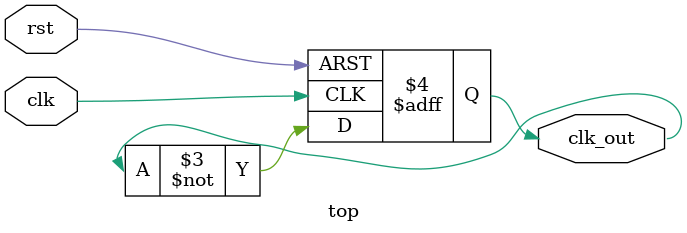
<source format=v>

module top(
	input clk,
    	input rst,
    	output clk_out
    	);
   reg clk_out;
   always @ (posedge(clk), posedge(rst))
     if (rst == 1) begin
       clk_out <= 1'b0;
     end
     else begin
       clk_out <= ~clk_out;
     end
 
endmodule

</source>
